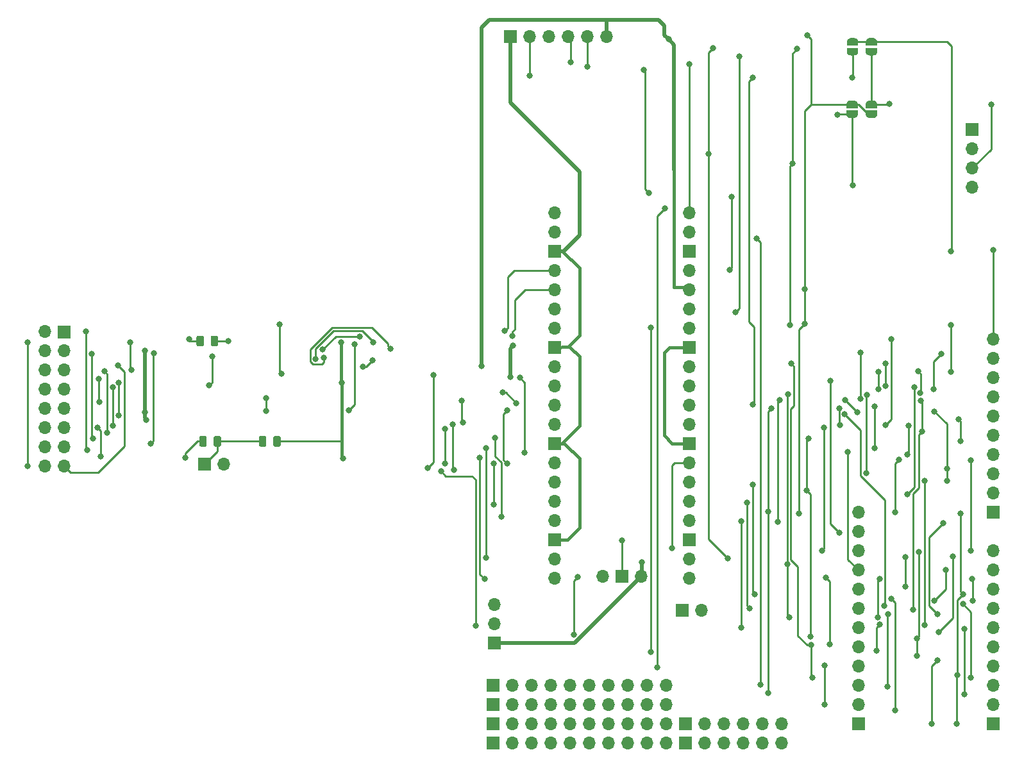
<source format=gbr>
G04 #@! TF.GenerationSoftware,KiCad,Pcbnew,5.1.5+dfsg1-2build2*
G04 #@! TF.CreationDate,2021-09-05T22:16:52+01:00*
G04 #@! TF.ProjectId,pak_breakout,70616b5f-6272-4656-916b-6f75742e6b69,rev?*
G04 #@! TF.SameCoordinates,Original*
G04 #@! TF.FileFunction,Copper,L2,Bot*
G04 #@! TF.FilePolarity,Positive*
%FSLAX46Y46*%
G04 Gerber Fmt 4.6, Leading zero omitted, Abs format (unit mm)*
G04 Created by KiCad (PCBNEW 5.1.5+dfsg1-2build2) date 2021-09-05 22:16:52*
%MOMM*%
%LPD*%
G04 APERTURE LIST*
%ADD10C,0.100000*%
%ADD11O,1.700000X1.700000*%
%ADD12R,1.700000X1.700000*%
%ADD13C,0.800000*%
%ADD14C,0.400000*%
%ADD15C,0.500000*%
%ADD16C,0.250000*%
G04 APERTURE END LIST*
G04 #@! TA.AperFunction,SMDPad,CuDef*
D10*
G36*
X347661142Y-241363174D02*
G01*
X347684803Y-241366684D01*
X347708007Y-241372496D01*
X347730529Y-241380554D01*
X347752153Y-241390782D01*
X347772670Y-241403079D01*
X347791883Y-241417329D01*
X347809607Y-241433393D01*
X347825671Y-241451117D01*
X347839921Y-241470330D01*
X347852218Y-241490847D01*
X347862446Y-241512471D01*
X347870504Y-241534993D01*
X347876316Y-241558197D01*
X347879826Y-241581858D01*
X347881000Y-241605750D01*
X347881000Y-242518250D01*
X347879826Y-242542142D01*
X347876316Y-242565803D01*
X347870504Y-242589007D01*
X347862446Y-242611529D01*
X347852218Y-242633153D01*
X347839921Y-242653670D01*
X347825671Y-242672883D01*
X347809607Y-242690607D01*
X347791883Y-242706671D01*
X347772670Y-242720921D01*
X347752153Y-242733218D01*
X347730529Y-242743446D01*
X347708007Y-242751504D01*
X347684803Y-242757316D01*
X347661142Y-242760826D01*
X347637250Y-242762000D01*
X347149750Y-242762000D01*
X347125858Y-242760826D01*
X347102197Y-242757316D01*
X347078993Y-242751504D01*
X347056471Y-242743446D01*
X347034847Y-242733218D01*
X347014330Y-242720921D01*
X346995117Y-242706671D01*
X346977393Y-242690607D01*
X346961329Y-242672883D01*
X346947079Y-242653670D01*
X346934782Y-242633153D01*
X346924554Y-242611529D01*
X346916496Y-242589007D01*
X346910684Y-242565803D01*
X346907174Y-242542142D01*
X346906000Y-242518250D01*
X346906000Y-241605750D01*
X346907174Y-241581858D01*
X346910684Y-241558197D01*
X346916496Y-241534993D01*
X346924554Y-241512471D01*
X346934782Y-241490847D01*
X346947079Y-241470330D01*
X346961329Y-241451117D01*
X346977393Y-241433393D01*
X346995117Y-241417329D01*
X347014330Y-241403079D01*
X347034847Y-241390782D01*
X347056471Y-241380554D01*
X347078993Y-241372496D01*
X347102197Y-241366684D01*
X347125858Y-241363174D01*
X347149750Y-241362000D01*
X347637250Y-241362000D01*
X347661142Y-241363174D01*
G37*
G04 #@! TD.AperFunction*
G04 #@! TA.AperFunction,SMDPad,CuDef*
G36*
X345786142Y-241363174D02*
G01*
X345809803Y-241366684D01*
X345833007Y-241372496D01*
X345855529Y-241380554D01*
X345877153Y-241390782D01*
X345897670Y-241403079D01*
X345916883Y-241417329D01*
X345934607Y-241433393D01*
X345950671Y-241451117D01*
X345964921Y-241470330D01*
X345977218Y-241490847D01*
X345987446Y-241512471D01*
X345995504Y-241534993D01*
X346001316Y-241558197D01*
X346004826Y-241581858D01*
X346006000Y-241605750D01*
X346006000Y-242518250D01*
X346004826Y-242542142D01*
X346001316Y-242565803D01*
X345995504Y-242589007D01*
X345987446Y-242611529D01*
X345977218Y-242633153D01*
X345964921Y-242653670D01*
X345950671Y-242672883D01*
X345934607Y-242690607D01*
X345916883Y-242706671D01*
X345897670Y-242720921D01*
X345877153Y-242733218D01*
X345855529Y-242743446D01*
X345833007Y-242751504D01*
X345809803Y-242757316D01*
X345786142Y-242760826D01*
X345762250Y-242762000D01*
X345274750Y-242762000D01*
X345250858Y-242760826D01*
X345227197Y-242757316D01*
X345203993Y-242751504D01*
X345181471Y-242743446D01*
X345159847Y-242733218D01*
X345139330Y-242720921D01*
X345120117Y-242706671D01*
X345102393Y-242690607D01*
X345086329Y-242672883D01*
X345072079Y-242653670D01*
X345059782Y-242633153D01*
X345049554Y-242611529D01*
X345041496Y-242589007D01*
X345035684Y-242565803D01*
X345032174Y-242542142D01*
X345031000Y-242518250D01*
X345031000Y-241605750D01*
X345032174Y-241581858D01*
X345035684Y-241558197D01*
X345041496Y-241534993D01*
X345049554Y-241512471D01*
X345059782Y-241490847D01*
X345072079Y-241470330D01*
X345086329Y-241451117D01*
X345102393Y-241433393D01*
X345120117Y-241417329D01*
X345139330Y-241403079D01*
X345159847Y-241390782D01*
X345181471Y-241380554D01*
X345203993Y-241372496D01*
X345227197Y-241366684D01*
X345250858Y-241363174D01*
X345274750Y-241362000D01*
X345762250Y-241362000D01*
X345786142Y-241363174D01*
G37*
G04 #@! TD.AperFunction*
G04 #@! TA.AperFunction,SMDPad,CuDef*
G36*
X339787142Y-241363174D02*
G01*
X339810803Y-241366684D01*
X339834007Y-241372496D01*
X339856529Y-241380554D01*
X339878153Y-241390782D01*
X339898670Y-241403079D01*
X339917883Y-241417329D01*
X339935607Y-241433393D01*
X339951671Y-241451117D01*
X339965921Y-241470330D01*
X339978218Y-241490847D01*
X339988446Y-241512471D01*
X339996504Y-241534993D01*
X340002316Y-241558197D01*
X340005826Y-241581858D01*
X340007000Y-241605750D01*
X340007000Y-242518250D01*
X340005826Y-242542142D01*
X340002316Y-242565803D01*
X339996504Y-242589007D01*
X339988446Y-242611529D01*
X339978218Y-242633153D01*
X339965921Y-242653670D01*
X339951671Y-242672883D01*
X339935607Y-242690607D01*
X339917883Y-242706671D01*
X339898670Y-242720921D01*
X339878153Y-242733218D01*
X339856529Y-242743446D01*
X339834007Y-242751504D01*
X339810803Y-242757316D01*
X339787142Y-242760826D01*
X339763250Y-242762000D01*
X339275750Y-242762000D01*
X339251858Y-242760826D01*
X339228197Y-242757316D01*
X339204993Y-242751504D01*
X339182471Y-242743446D01*
X339160847Y-242733218D01*
X339140330Y-242720921D01*
X339121117Y-242706671D01*
X339103393Y-242690607D01*
X339087329Y-242672883D01*
X339073079Y-242653670D01*
X339060782Y-242633153D01*
X339050554Y-242611529D01*
X339042496Y-242589007D01*
X339036684Y-242565803D01*
X339033174Y-242542142D01*
X339032000Y-242518250D01*
X339032000Y-241605750D01*
X339033174Y-241581858D01*
X339036684Y-241558197D01*
X339042496Y-241534993D01*
X339050554Y-241512471D01*
X339060782Y-241490847D01*
X339073079Y-241470330D01*
X339087329Y-241451117D01*
X339103393Y-241433393D01*
X339121117Y-241417329D01*
X339140330Y-241403079D01*
X339160847Y-241390782D01*
X339182471Y-241380554D01*
X339204993Y-241372496D01*
X339228197Y-241366684D01*
X339251858Y-241363174D01*
X339275750Y-241362000D01*
X339763250Y-241362000D01*
X339787142Y-241363174D01*
G37*
G04 #@! TD.AperFunction*
G04 #@! TA.AperFunction,SMDPad,CuDef*
G36*
X337912142Y-241363174D02*
G01*
X337935803Y-241366684D01*
X337959007Y-241372496D01*
X337981529Y-241380554D01*
X338003153Y-241390782D01*
X338023670Y-241403079D01*
X338042883Y-241417329D01*
X338060607Y-241433393D01*
X338076671Y-241451117D01*
X338090921Y-241470330D01*
X338103218Y-241490847D01*
X338113446Y-241512471D01*
X338121504Y-241534993D01*
X338127316Y-241558197D01*
X338130826Y-241581858D01*
X338132000Y-241605750D01*
X338132000Y-242518250D01*
X338130826Y-242542142D01*
X338127316Y-242565803D01*
X338121504Y-242589007D01*
X338113446Y-242611529D01*
X338103218Y-242633153D01*
X338090921Y-242653670D01*
X338076671Y-242672883D01*
X338060607Y-242690607D01*
X338042883Y-242706671D01*
X338023670Y-242720921D01*
X338003153Y-242733218D01*
X337981529Y-242743446D01*
X337959007Y-242751504D01*
X337935803Y-242757316D01*
X337912142Y-242760826D01*
X337888250Y-242762000D01*
X337400750Y-242762000D01*
X337376858Y-242760826D01*
X337353197Y-242757316D01*
X337329993Y-242751504D01*
X337307471Y-242743446D01*
X337285847Y-242733218D01*
X337265330Y-242720921D01*
X337246117Y-242706671D01*
X337228393Y-242690607D01*
X337212329Y-242672883D01*
X337198079Y-242653670D01*
X337185782Y-242633153D01*
X337175554Y-242611529D01*
X337167496Y-242589007D01*
X337161684Y-242565803D01*
X337158174Y-242542142D01*
X337157000Y-242518250D01*
X337157000Y-241605750D01*
X337158174Y-241581858D01*
X337161684Y-241558197D01*
X337167496Y-241534993D01*
X337175554Y-241512471D01*
X337185782Y-241490847D01*
X337198079Y-241470330D01*
X337212329Y-241451117D01*
X337228393Y-241433393D01*
X337246117Y-241417329D01*
X337265330Y-241403079D01*
X337285847Y-241390782D01*
X337307471Y-241380554D01*
X337329993Y-241372496D01*
X337353197Y-241366684D01*
X337376858Y-241363174D01*
X337400750Y-241362000D01*
X337888250Y-241362000D01*
X337912142Y-241363174D01*
G37*
G04 #@! TD.AperFunction*
D11*
X340360000Y-245110000D03*
D12*
X337820000Y-245110000D03*
D11*
X403479000Y-264414000D03*
D12*
X400939000Y-264414000D03*
D11*
X414020000Y-279400000D03*
X411480000Y-279400000D03*
X408940000Y-279400000D03*
X406400000Y-279400000D03*
X403860000Y-279400000D03*
D12*
X401320000Y-279400000D03*
D11*
X398780000Y-274320000D03*
X396240000Y-274320000D03*
X393700000Y-274320000D03*
X391160000Y-274320000D03*
X388620000Y-274320000D03*
X386080000Y-274320000D03*
X383540000Y-274320000D03*
X381000000Y-274320000D03*
X378460000Y-274320000D03*
D12*
X375920000Y-274320000D03*
D11*
X398780000Y-281940000D03*
X396240000Y-281940000D03*
X393700000Y-281940000D03*
X391160000Y-281940000D03*
X388620000Y-281940000D03*
X386080000Y-281940000D03*
X383540000Y-281940000D03*
X381000000Y-281940000D03*
X378460000Y-281940000D03*
D12*
X375920000Y-281940000D03*
D11*
X414020000Y-281940000D03*
X411480000Y-281940000D03*
X408940000Y-281940000D03*
X406400000Y-281940000D03*
X403860000Y-281940000D03*
D12*
X401320000Y-281940000D03*
D11*
X398780000Y-279400000D03*
X396240000Y-279400000D03*
X393700000Y-279400000D03*
X391160000Y-279400000D03*
X388620000Y-279400000D03*
X386080000Y-279400000D03*
X383540000Y-279400000D03*
X381000000Y-279400000D03*
X378460000Y-279400000D03*
D12*
X375920000Y-279400000D03*
D11*
X398780000Y-276860000D03*
X396240000Y-276860000D03*
X393700000Y-276860000D03*
X391160000Y-276860000D03*
X388620000Y-276860000D03*
X386080000Y-276860000D03*
X383540000Y-276860000D03*
X381000000Y-276860000D03*
X378460000Y-276860000D03*
D12*
X375920000Y-276860000D03*
D11*
X441960000Y-256540000D03*
X441960000Y-259080000D03*
X441960000Y-261620000D03*
X441960000Y-264160000D03*
X441960000Y-266700000D03*
X441960000Y-269240000D03*
X441960000Y-271780000D03*
X441960000Y-274320000D03*
X441960000Y-276860000D03*
D12*
X441960000Y-279400000D03*
D11*
X441960000Y-228600000D03*
X441960000Y-231140000D03*
X441960000Y-233680000D03*
X441960000Y-236220000D03*
X441960000Y-238760000D03*
X441960000Y-241300000D03*
X441960000Y-243840000D03*
X441960000Y-246380000D03*
X441960000Y-248920000D03*
D12*
X441960000Y-251460000D03*
D11*
X424180000Y-251460000D03*
X424180000Y-254000000D03*
X424180000Y-256540000D03*
X424180000Y-259080000D03*
X424180000Y-261620000D03*
X424180000Y-264160000D03*
X424180000Y-266700000D03*
X424180000Y-269240000D03*
X424180000Y-271780000D03*
X424180000Y-274320000D03*
X424180000Y-276860000D03*
D12*
X424180000Y-279400000D03*
D11*
X390900000Y-188600000D03*
X388360000Y-188600000D03*
X385820000Y-188600000D03*
X383280000Y-188600000D03*
X380740000Y-188600000D03*
D12*
X378200000Y-188600000D03*
G04 #@! TA.AperFunction,SMDPad,CuDef*
D10*
G36*
X339405142Y-228101174D02*
G01*
X339428803Y-228104684D01*
X339452007Y-228110496D01*
X339474529Y-228118554D01*
X339496153Y-228128782D01*
X339516670Y-228141079D01*
X339535883Y-228155329D01*
X339553607Y-228171393D01*
X339569671Y-228189117D01*
X339583921Y-228208330D01*
X339596218Y-228228847D01*
X339606446Y-228250471D01*
X339614504Y-228272993D01*
X339620316Y-228296197D01*
X339623826Y-228319858D01*
X339625000Y-228343750D01*
X339625000Y-229256250D01*
X339623826Y-229280142D01*
X339620316Y-229303803D01*
X339614504Y-229327007D01*
X339606446Y-229349529D01*
X339596218Y-229371153D01*
X339583921Y-229391670D01*
X339569671Y-229410883D01*
X339553607Y-229428607D01*
X339535883Y-229444671D01*
X339516670Y-229458921D01*
X339496153Y-229471218D01*
X339474529Y-229481446D01*
X339452007Y-229489504D01*
X339428803Y-229495316D01*
X339405142Y-229498826D01*
X339381250Y-229500000D01*
X338893750Y-229500000D01*
X338869858Y-229498826D01*
X338846197Y-229495316D01*
X338822993Y-229489504D01*
X338800471Y-229481446D01*
X338778847Y-229471218D01*
X338758330Y-229458921D01*
X338739117Y-229444671D01*
X338721393Y-229428607D01*
X338705329Y-229410883D01*
X338691079Y-229391670D01*
X338678782Y-229371153D01*
X338668554Y-229349529D01*
X338660496Y-229327007D01*
X338654684Y-229303803D01*
X338651174Y-229280142D01*
X338650000Y-229256250D01*
X338650000Y-228343750D01*
X338651174Y-228319858D01*
X338654684Y-228296197D01*
X338660496Y-228272993D01*
X338668554Y-228250471D01*
X338678782Y-228228847D01*
X338691079Y-228208330D01*
X338705329Y-228189117D01*
X338721393Y-228171393D01*
X338739117Y-228155329D01*
X338758330Y-228141079D01*
X338778847Y-228128782D01*
X338800471Y-228118554D01*
X338822993Y-228110496D01*
X338846197Y-228104684D01*
X338869858Y-228101174D01*
X338893750Y-228100000D01*
X339381250Y-228100000D01*
X339405142Y-228101174D01*
G37*
G04 #@! TD.AperFunction*
G04 #@! TA.AperFunction,SMDPad,CuDef*
G36*
X337530142Y-228101174D02*
G01*
X337553803Y-228104684D01*
X337577007Y-228110496D01*
X337599529Y-228118554D01*
X337621153Y-228128782D01*
X337641670Y-228141079D01*
X337660883Y-228155329D01*
X337678607Y-228171393D01*
X337694671Y-228189117D01*
X337708921Y-228208330D01*
X337721218Y-228228847D01*
X337731446Y-228250471D01*
X337739504Y-228272993D01*
X337745316Y-228296197D01*
X337748826Y-228319858D01*
X337750000Y-228343750D01*
X337750000Y-229256250D01*
X337748826Y-229280142D01*
X337745316Y-229303803D01*
X337739504Y-229327007D01*
X337731446Y-229349529D01*
X337721218Y-229371153D01*
X337708921Y-229391670D01*
X337694671Y-229410883D01*
X337678607Y-229428607D01*
X337660883Y-229444671D01*
X337641670Y-229458921D01*
X337621153Y-229471218D01*
X337599529Y-229481446D01*
X337577007Y-229489504D01*
X337553803Y-229495316D01*
X337530142Y-229498826D01*
X337506250Y-229500000D01*
X337018750Y-229500000D01*
X336994858Y-229498826D01*
X336971197Y-229495316D01*
X336947993Y-229489504D01*
X336925471Y-229481446D01*
X336903847Y-229471218D01*
X336883330Y-229458921D01*
X336864117Y-229444671D01*
X336846393Y-229428607D01*
X336830329Y-229410883D01*
X336816079Y-229391670D01*
X336803782Y-229371153D01*
X336793554Y-229349529D01*
X336785496Y-229327007D01*
X336779684Y-229303803D01*
X336776174Y-229280142D01*
X336775000Y-229256250D01*
X336775000Y-228343750D01*
X336776174Y-228319858D01*
X336779684Y-228296197D01*
X336785496Y-228272993D01*
X336793554Y-228250471D01*
X336803782Y-228228847D01*
X336816079Y-228208330D01*
X336830329Y-228189117D01*
X336846393Y-228171393D01*
X336864117Y-228155329D01*
X336883330Y-228141079D01*
X336903847Y-228128782D01*
X336925471Y-228118554D01*
X336947993Y-228110496D01*
X336971197Y-228104684D01*
X336994858Y-228101174D01*
X337018750Y-228100000D01*
X337506250Y-228100000D01*
X337530142Y-228101174D01*
G37*
G04 #@! TD.AperFunction*
D11*
X376150000Y-263600000D03*
X376150000Y-266140000D03*
D12*
X376150000Y-268680000D03*
G04 #@! TA.AperFunction,SMDPad,CuDef*
D10*
G36*
X422600602Y-197550000D02*
G01*
X422600602Y-197525466D01*
X422605412Y-197476635D01*
X422614984Y-197428510D01*
X422629228Y-197381555D01*
X422648005Y-197336222D01*
X422671136Y-197292949D01*
X422698396Y-197252150D01*
X422729524Y-197214221D01*
X422764221Y-197179524D01*
X422802150Y-197148396D01*
X422842949Y-197121136D01*
X422886222Y-197098005D01*
X422931555Y-197079228D01*
X422978510Y-197064984D01*
X423026635Y-197055412D01*
X423075466Y-197050602D01*
X423100000Y-197050602D01*
X423100000Y-197050000D01*
X423600000Y-197050000D01*
X423600000Y-197050602D01*
X423624534Y-197050602D01*
X423673365Y-197055412D01*
X423721490Y-197064984D01*
X423768445Y-197079228D01*
X423813778Y-197098005D01*
X423857051Y-197121136D01*
X423897850Y-197148396D01*
X423935779Y-197179524D01*
X423970476Y-197214221D01*
X424001604Y-197252150D01*
X424028864Y-197292949D01*
X424051995Y-197336222D01*
X424070772Y-197381555D01*
X424085016Y-197428510D01*
X424094588Y-197476635D01*
X424099398Y-197525466D01*
X424099398Y-197550000D01*
X424100000Y-197550000D01*
X424100000Y-198050000D01*
X422600000Y-198050000D01*
X422600000Y-197550000D01*
X422600602Y-197550000D01*
G37*
G04 #@! TD.AperFunction*
G04 #@! TA.AperFunction,SMDPad,CuDef*
G36*
X424100000Y-198350000D02*
G01*
X424100000Y-198850000D01*
X424099398Y-198850000D01*
X424099398Y-198874534D01*
X424094588Y-198923365D01*
X424085016Y-198971490D01*
X424070772Y-199018445D01*
X424051995Y-199063778D01*
X424028864Y-199107051D01*
X424001604Y-199147850D01*
X423970476Y-199185779D01*
X423935779Y-199220476D01*
X423897850Y-199251604D01*
X423857051Y-199278864D01*
X423813778Y-199301995D01*
X423768445Y-199320772D01*
X423721490Y-199335016D01*
X423673365Y-199344588D01*
X423624534Y-199349398D01*
X423600000Y-199349398D01*
X423600000Y-199350000D01*
X423100000Y-199350000D01*
X423100000Y-199349398D01*
X423075466Y-199349398D01*
X423026635Y-199344588D01*
X422978510Y-199335016D01*
X422931555Y-199320772D01*
X422886222Y-199301995D01*
X422842949Y-199278864D01*
X422802150Y-199251604D01*
X422764221Y-199220476D01*
X422729524Y-199185779D01*
X422698396Y-199147850D01*
X422671136Y-199107051D01*
X422648005Y-199063778D01*
X422629228Y-199018445D01*
X422614984Y-198971490D01*
X422605412Y-198923365D01*
X422600602Y-198874534D01*
X422600602Y-198850000D01*
X422600000Y-198850000D01*
X422600000Y-198350000D01*
X424100000Y-198350000D01*
G37*
G04 #@! TD.AperFunction*
G04 #@! TA.AperFunction,SMDPad,CuDef*
G36*
X426649398Y-198850000D02*
G01*
X426649398Y-198874534D01*
X426644588Y-198923365D01*
X426635016Y-198971490D01*
X426620772Y-199018445D01*
X426601995Y-199063778D01*
X426578864Y-199107051D01*
X426551604Y-199147850D01*
X426520476Y-199185779D01*
X426485779Y-199220476D01*
X426447850Y-199251604D01*
X426407051Y-199278864D01*
X426363778Y-199301995D01*
X426318445Y-199320772D01*
X426271490Y-199335016D01*
X426223365Y-199344588D01*
X426174534Y-199349398D01*
X426150000Y-199349398D01*
X426150000Y-199350000D01*
X425650000Y-199350000D01*
X425650000Y-199349398D01*
X425625466Y-199349398D01*
X425576635Y-199344588D01*
X425528510Y-199335016D01*
X425481555Y-199320772D01*
X425436222Y-199301995D01*
X425392949Y-199278864D01*
X425352150Y-199251604D01*
X425314221Y-199220476D01*
X425279524Y-199185779D01*
X425248396Y-199147850D01*
X425221136Y-199107051D01*
X425198005Y-199063778D01*
X425179228Y-199018445D01*
X425164984Y-198971490D01*
X425155412Y-198923365D01*
X425150602Y-198874534D01*
X425150602Y-198850000D01*
X425150000Y-198850000D01*
X425150000Y-198350000D01*
X426650000Y-198350000D01*
X426650000Y-198850000D01*
X426649398Y-198850000D01*
G37*
G04 #@! TD.AperFunction*
G04 #@! TA.AperFunction,SMDPad,CuDef*
G36*
X425150000Y-198050000D02*
G01*
X425150000Y-197550000D01*
X425150602Y-197550000D01*
X425150602Y-197525466D01*
X425155412Y-197476635D01*
X425164984Y-197428510D01*
X425179228Y-197381555D01*
X425198005Y-197336222D01*
X425221136Y-197292949D01*
X425248396Y-197252150D01*
X425279524Y-197214221D01*
X425314221Y-197179524D01*
X425352150Y-197148396D01*
X425392949Y-197121136D01*
X425436222Y-197098005D01*
X425481555Y-197079228D01*
X425528510Y-197064984D01*
X425576635Y-197055412D01*
X425625466Y-197050602D01*
X425650000Y-197050602D01*
X425650000Y-197050000D01*
X426150000Y-197050000D01*
X426150000Y-197050602D01*
X426174534Y-197050602D01*
X426223365Y-197055412D01*
X426271490Y-197064984D01*
X426318445Y-197079228D01*
X426363778Y-197098005D01*
X426407051Y-197121136D01*
X426447850Y-197148396D01*
X426485779Y-197179524D01*
X426520476Y-197214221D01*
X426551604Y-197252150D01*
X426578864Y-197292949D01*
X426601995Y-197336222D01*
X426620772Y-197381555D01*
X426635016Y-197428510D01*
X426644588Y-197476635D01*
X426649398Y-197525466D01*
X426649398Y-197550000D01*
X426650000Y-197550000D01*
X426650000Y-198050000D01*
X425150000Y-198050000D01*
G37*
G04 #@! TD.AperFunction*
G04 #@! TA.AperFunction,SMDPad,CuDef*
G36*
X422650602Y-189300000D02*
G01*
X422650602Y-189275466D01*
X422655412Y-189226635D01*
X422664984Y-189178510D01*
X422679228Y-189131555D01*
X422698005Y-189086222D01*
X422721136Y-189042949D01*
X422748396Y-189002150D01*
X422779524Y-188964221D01*
X422814221Y-188929524D01*
X422852150Y-188898396D01*
X422892949Y-188871136D01*
X422936222Y-188848005D01*
X422981555Y-188829228D01*
X423028510Y-188814984D01*
X423076635Y-188805412D01*
X423125466Y-188800602D01*
X423150000Y-188800602D01*
X423150000Y-188800000D01*
X423650000Y-188800000D01*
X423650000Y-188800602D01*
X423674534Y-188800602D01*
X423723365Y-188805412D01*
X423771490Y-188814984D01*
X423818445Y-188829228D01*
X423863778Y-188848005D01*
X423907051Y-188871136D01*
X423947850Y-188898396D01*
X423985779Y-188929524D01*
X424020476Y-188964221D01*
X424051604Y-189002150D01*
X424078864Y-189042949D01*
X424101995Y-189086222D01*
X424120772Y-189131555D01*
X424135016Y-189178510D01*
X424144588Y-189226635D01*
X424149398Y-189275466D01*
X424149398Y-189300000D01*
X424150000Y-189300000D01*
X424150000Y-189800000D01*
X422650000Y-189800000D01*
X422650000Y-189300000D01*
X422650602Y-189300000D01*
G37*
G04 #@! TD.AperFunction*
G04 #@! TA.AperFunction,SMDPad,CuDef*
G36*
X424150000Y-190100000D02*
G01*
X424150000Y-190600000D01*
X424149398Y-190600000D01*
X424149398Y-190624534D01*
X424144588Y-190673365D01*
X424135016Y-190721490D01*
X424120772Y-190768445D01*
X424101995Y-190813778D01*
X424078864Y-190857051D01*
X424051604Y-190897850D01*
X424020476Y-190935779D01*
X423985779Y-190970476D01*
X423947850Y-191001604D01*
X423907051Y-191028864D01*
X423863778Y-191051995D01*
X423818445Y-191070772D01*
X423771490Y-191085016D01*
X423723365Y-191094588D01*
X423674534Y-191099398D01*
X423650000Y-191099398D01*
X423650000Y-191100000D01*
X423150000Y-191100000D01*
X423150000Y-191099398D01*
X423125466Y-191099398D01*
X423076635Y-191094588D01*
X423028510Y-191085016D01*
X422981555Y-191070772D01*
X422936222Y-191051995D01*
X422892949Y-191028864D01*
X422852150Y-191001604D01*
X422814221Y-190970476D01*
X422779524Y-190935779D01*
X422748396Y-190897850D01*
X422721136Y-190857051D01*
X422698005Y-190813778D01*
X422679228Y-190768445D01*
X422664984Y-190721490D01*
X422655412Y-190673365D01*
X422650602Y-190624534D01*
X422650602Y-190600000D01*
X422650000Y-190600000D01*
X422650000Y-190100000D01*
X424150000Y-190100000D01*
G37*
G04 #@! TD.AperFunction*
G04 #@! TA.AperFunction,SMDPad,CuDef*
G36*
X425150602Y-189300000D02*
G01*
X425150602Y-189275466D01*
X425155412Y-189226635D01*
X425164984Y-189178510D01*
X425179228Y-189131555D01*
X425198005Y-189086222D01*
X425221136Y-189042949D01*
X425248396Y-189002150D01*
X425279524Y-188964221D01*
X425314221Y-188929524D01*
X425352150Y-188898396D01*
X425392949Y-188871136D01*
X425436222Y-188848005D01*
X425481555Y-188829228D01*
X425528510Y-188814984D01*
X425576635Y-188805412D01*
X425625466Y-188800602D01*
X425650000Y-188800602D01*
X425650000Y-188800000D01*
X426150000Y-188800000D01*
X426150000Y-188800602D01*
X426174534Y-188800602D01*
X426223365Y-188805412D01*
X426271490Y-188814984D01*
X426318445Y-188829228D01*
X426363778Y-188848005D01*
X426407051Y-188871136D01*
X426447850Y-188898396D01*
X426485779Y-188929524D01*
X426520476Y-188964221D01*
X426551604Y-189002150D01*
X426578864Y-189042949D01*
X426601995Y-189086222D01*
X426620772Y-189131555D01*
X426635016Y-189178510D01*
X426644588Y-189226635D01*
X426649398Y-189275466D01*
X426649398Y-189300000D01*
X426650000Y-189300000D01*
X426650000Y-189800000D01*
X425150000Y-189800000D01*
X425150000Y-189300000D01*
X425150602Y-189300000D01*
G37*
G04 #@! TD.AperFunction*
G04 #@! TA.AperFunction,SMDPad,CuDef*
G36*
X426650000Y-190100000D02*
G01*
X426650000Y-190600000D01*
X426649398Y-190600000D01*
X426649398Y-190624534D01*
X426644588Y-190673365D01*
X426635016Y-190721490D01*
X426620772Y-190768445D01*
X426601995Y-190813778D01*
X426578864Y-190857051D01*
X426551604Y-190897850D01*
X426520476Y-190935779D01*
X426485779Y-190970476D01*
X426447850Y-191001604D01*
X426407051Y-191028864D01*
X426363778Y-191051995D01*
X426318445Y-191070772D01*
X426271490Y-191085016D01*
X426223365Y-191094588D01*
X426174534Y-191099398D01*
X426150000Y-191099398D01*
X426150000Y-191100000D01*
X425650000Y-191100000D01*
X425650000Y-191099398D01*
X425625466Y-191099398D01*
X425576635Y-191094588D01*
X425528510Y-191085016D01*
X425481555Y-191070772D01*
X425436222Y-191051995D01*
X425392949Y-191028864D01*
X425352150Y-191001604D01*
X425314221Y-190970476D01*
X425279524Y-190935779D01*
X425248396Y-190897850D01*
X425221136Y-190857051D01*
X425198005Y-190813778D01*
X425179228Y-190768445D01*
X425164984Y-190721490D01*
X425155412Y-190673365D01*
X425150602Y-190624534D01*
X425150602Y-190600000D01*
X425150000Y-190600000D01*
X425150000Y-190100000D01*
X426650000Y-190100000D01*
G37*
G04 #@! TD.AperFunction*
D11*
X316738000Y-245300000D03*
X319278000Y-245300000D03*
X316738000Y-242760000D03*
X319278000Y-242760000D03*
X316738000Y-240220000D03*
X319278000Y-240220000D03*
X316738000Y-237680000D03*
X319278000Y-237680000D03*
X316738000Y-235140000D03*
X319278000Y-235140000D03*
X316738000Y-232600000D03*
X319278000Y-232600000D03*
X316738000Y-230060000D03*
X319278000Y-230060000D03*
X316738000Y-227520000D03*
D12*
X319278000Y-227600000D03*
D11*
X395540000Y-259900000D03*
D12*
X393000000Y-259900000D03*
D11*
X390460000Y-259900000D03*
X401890000Y-211870000D03*
X401890000Y-214410000D03*
D12*
X401890000Y-216950000D03*
D11*
X401890000Y-219490000D03*
X401890000Y-222030000D03*
X401890000Y-224570000D03*
X401890000Y-227110000D03*
D12*
X401890000Y-229650000D03*
D11*
X401890000Y-232190000D03*
X401890000Y-234730000D03*
X401890000Y-237270000D03*
X401890000Y-239810000D03*
D12*
X401890000Y-242350000D03*
D11*
X401890000Y-244890000D03*
X401890000Y-247430000D03*
X401890000Y-249970000D03*
X401890000Y-252510000D03*
D12*
X401890000Y-255050000D03*
D11*
X401890000Y-257590000D03*
X401890000Y-260130000D03*
X384110000Y-260130000D03*
X384110000Y-257590000D03*
D12*
X384110000Y-255050000D03*
D11*
X384110000Y-252510000D03*
X384110000Y-249970000D03*
X384110000Y-247430000D03*
X384110000Y-244890000D03*
D12*
X384110000Y-242350000D03*
D11*
X384110000Y-239810000D03*
X384110000Y-237270000D03*
X384110000Y-234730000D03*
X384110000Y-232190000D03*
D12*
X384110000Y-229650000D03*
D11*
X384110000Y-227110000D03*
X384110000Y-224570000D03*
X384110000Y-222030000D03*
X384110000Y-219490000D03*
D12*
X384110000Y-216950000D03*
D11*
X384110000Y-214410000D03*
X384110000Y-211870000D03*
X439200000Y-208520000D03*
X439200000Y-205980000D03*
X439200000Y-203440000D03*
D12*
X439200000Y-200900000D03*
D13*
X329950000Y-230050000D03*
X330150000Y-239200000D03*
X355850000Y-228950000D03*
X356000000Y-234350000D03*
X356100000Y-244350000D03*
X378200000Y-233600000D03*
X378600000Y-229400000D03*
X341000000Y-228800000D03*
X441960000Y-216789000D03*
X428498000Y-228600000D03*
X427736000Y-239903000D03*
X432181000Y-256667000D03*
X431927000Y-268097000D03*
X433832000Y-279400000D03*
X434594000Y-271018000D03*
X392938000Y-255143000D03*
X431927000Y-270383000D03*
X430821000Y-240030000D03*
X430657000Y-243840000D03*
X439039000Y-244602000D03*
X439039000Y-256540000D03*
X436400000Y-216950000D03*
X329946000Y-238252000D03*
X330708000Y-242406000D03*
X331137490Y-230453500D03*
X326390000Y-232029000D03*
X326517000Y-238633000D03*
X326517000Y-234315000D03*
X314452000Y-245364000D03*
X314452000Y-228981000D03*
X328041000Y-228981000D03*
X328168000Y-232664000D03*
X322924000Y-230510001D03*
X323088000Y-241681000D03*
X322199000Y-227584000D03*
X322326000Y-243205000D03*
X325736999Y-234950000D03*
X325755000Y-240030000D03*
X324612000Y-232791000D03*
X324993000Y-240956000D03*
X323850000Y-233807000D03*
X323977000Y-236855000D03*
X345948000Y-236347000D03*
X345948000Y-238025010D03*
X347726000Y-226625000D03*
X347980000Y-233172000D03*
X338836000Y-230886000D03*
X338455000Y-234696000D03*
X417068000Y-226568000D03*
X417068000Y-221996000D03*
X374400000Y-232125000D03*
X335800000Y-228600000D03*
X437261000Y-272923000D03*
X438023000Y-262255000D03*
X437134000Y-279400000D03*
X436372000Y-226695000D03*
X436372000Y-232918000D03*
X429514000Y-244475000D03*
X429006000Y-251460000D03*
X416306000Y-251587000D03*
X437623001Y-251605999D03*
X417449000Y-188468000D03*
X399161000Y-188976000D03*
X406908000Y-257556000D03*
X404368000Y-204089000D03*
X405003000Y-190119000D03*
X415150000Y-226700000D03*
X415450000Y-205400000D03*
X416052000Y-190246000D03*
X374200000Y-244200000D03*
X374800000Y-260200000D03*
X387096000Y-259969000D03*
X386603460Y-267604460D03*
X417957000Y-268986000D03*
X418084000Y-273304000D03*
X439039000Y-273304000D03*
X437987694Y-263541694D03*
X427773000Y-234782808D03*
X427736000Y-231775000D03*
X415290000Y-231775000D03*
X375000000Y-243000000D03*
X375000000Y-257400000D03*
X414782000Y-258318000D03*
X414909000Y-235839000D03*
X426847000Y-235204000D03*
X426847000Y-232918000D03*
X432054000Y-232791000D03*
X432308000Y-235712000D03*
X415036000Y-265303000D03*
X426720000Y-265303000D03*
X426974000Y-260223000D03*
X439293000Y-263144000D03*
X439166000Y-260223000D03*
X376200000Y-241600000D03*
X377000000Y-252000000D03*
X413512000Y-252730000D03*
X413766000Y-236601000D03*
X422402000Y-236601000D03*
X424053000Y-238252000D03*
X435356000Y-252857000D03*
X434594000Y-264922000D03*
X369600000Y-240400000D03*
X369600000Y-245000000D03*
X376000000Y-245000000D03*
X376000000Y-250400000D03*
X412242000Y-251333000D03*
X412647730Y-237720001D03*
X421640000Y-237720001D03*
X421767000Y-239903000D03*
X438150000Y-266827000D03*
X438150000Y-275463000D03*
X412242000Y-275336000D03*
X370600000Y-239800000D03*
X370800000Y-245800000D03*
X417322000Y-248539000D03*
X417830000Y-267843000D03*
X417576000Y-241710001D03*
X437642000Y-242062000D03*
X437388000Y-239141000D03*
X377843976Y-237951572D03*
X377800000Y-245000000D03*
X435864000Y-245655000D03*
X434213000Y-238125000D03*
X432906000Y-266319000D03*
X432943000Y-247269000D03*
X435864000Y-247269000D03*
X371800000Y-236670010D03*
X372000000Y-239600000D03*
X432562000Y-240792000D03*
X432435000Y-236728000D03*
X431366529Y-264302000D03*
X377200000Y-235600000D03*
X379000000Y-237000000D03*
X424434000Y-236474000D03*
X424434000Y-230378000D03*
X435102000Y-230505000D03*
X434086000Y-235204000D03*
X422373875Y-238462687D03*
X427609000Y-263779000D03*
X353450000Y-229950000D03*
X358350000Y-228200000D03*
X377500000Y-227500000D03*
X352500000Y-231150000D03*
X360100000Y-229000000D03*
X378500000Y-228150000D03*
X353600000Y-231050000D03*
X362400000Y-229800000D03*
X356870000Y-237998000D03*
X357632000Y-229235000D03*
X396494000Y-209296000D03*
X407416000Y-209804000D03*
X407162000Y-219456000D03*
X395800000Y-193003000D03*
X388400000Y-192600000D03*
X401828000Y-192278000D03*
X386200000Y-192000000D03*
X407924000Y-225044000D03*
X408432000Y-191262000D03*
X410210000Y-194056000D03*
X410210000Y-237236000D03*
X380800000Y-193800000D03*
X421400000Y-198900000D03*
X423418000Y-208280000D03*
X423347000Y-194000000D03*
X428244000Y-197485000D03*
X441706000Y-197612000D03*
X395600000Y-258000000D03*
X358757347Y-232242653D03*
X360000000Y-231400000D03*
X373634000Y-266446000D03*
X369062000Y-245999000D03*
X323723000Y-240284000D03*
X324104000Y-244094000D03*
X335280000Y-244221000D03*
X367284000Y-245618000D03*
X368046000Y-233337500D03*
X379476000Y-233680000D03*
X380111000Y-243586000D03*
X422783000Y-243459000D03*
X410210000Y-247777000D03*
X410464000Y-262255000D03*
X409448000Y-250190000D03*
X409829000Y-264160000D03*
X408686000Y-252603000D03*
X408686000Y-266700000D03*
X419862000Y-260096000D03*
X420370000Y-268859000D03*
X396748000Y-227076000D03*
X396748000Y-269875000D03*
X410718000Y-215265000D03*
X411226000Y-274193000D03*
X398653000Y-211328000D03*
X397637000Y-271907000D03*
X419735000Y-271653000D03*
X419735000Y-276860000D03*
X421640000Y-254127000D03*
X420497000Y-234061000D03*
X399542000Y-256159000D03*
X426339000Y-242951000D03*
X426339000Y-237490000D03*
X425196000Y-246253000D03*
X425323000Y-235966000D03*
X430657000Y-249047000D03*
X431546000Y-234950000D03*
X435737000Y-259080000D03*
X434213000Y-263144000D03*
X419608000Y-240260001D03*
X419354000Y-256540000D03*
X436626000Y-257265000D03*
X434799517Y-267215205D03*
X430403000Y-261239000D03*
X430366001Y-257392001D03*
X426593000Y-269748000D03*
X426994721Y-266264526D03*
X427990000Y-274447000D03*
X428117000Y-264922000D03*
X429006000Y-277622000D03*
X428498000Y-262890000D03*
D14*
X384110000Y-242350000D02*
X385352000Y-242350000D01*
X385352000Y-242350000D02*
X387350000Y-244348000D01*
X387350000Y-244348000D02*
X387350000Y-253492000D01*
X385792000Y-255050000D02*
X384110000Y-255050000D01*
X387350000Y-253492000D02*
X385792000Y-255050000D01*
X384110000Y-242350000D02*
X385030000Y-242350000D01*
X385030000Y-242350000D02*
X387350000Y-240030000D01*
X387350000Y-240030000D02*
X387350000Y-230886000D01*
X387350000Y-230886000D02*
X386114000Y-229650000D01*
X401890000Y-229650000D02*
X399254000Y-229650000D01*
X399254000Y-229650000D02*
X398526000Y-230378000D01*
X398526000Y-230378000D02*
X398526000Y-241300000D01*
X399576000Y-242350000D02*
X401890000Y-242350000D01*
X398526000Y-241300000D02*
X399576000Y-242350000D01*
X384110000Y-216950000D02*
X385098000Y-216950000D01*
X385098000Y-216950000D02*
X387350000Y-219202000D01*
X387350000Y-228092000D02*
X385826000Y-229616000D01*
X387350000Y-219202000D02*
X387350000Y-228092000D01*
X385826000Y-229616000D02*
X384110000Y-229650000D01*
X386114000Y-229650000D02*
X385826000Y-229616000D01*
D15*
X387350000Y-206502000D02*
X378206000Y-197358000D01*
X378206000Y-197358000D02*
X378206000Y-188468000D01*
X387350000Y-214884000D02*
X387350000Y-206502000D01*
X385284000Y-216950000D02*
X387350000Y-214884000D01*
X384110000Y-216950000D02*
X385284000Y-216950000D01*
D16*
X423400000Y-189300000D02*
X425900000Y-189300000D01*
X435900000Y-189300000D02*
X425900000Y-189300000D01*
X436450000Y-189850000D02*
X435900000Y-189300000D01*
D15*
X329950000Y-239000000D02*
X330150000Y-239200000D01*
D14*
X355850000Y-234200000D02*
X356000000Y-234350000D01*
X355850000Y-228950000D02*
X355850000Y-234200000D01*
X356000000Y-244250000D02*
X356100000Y-244350000D01*
D15*
X378200000Y-229800000D02*
X378600000Y-229400000D01*
X378200000Y-233600000D02*
X378200000Y-229800000D01*
D16*
X436450000Y-216900000D02*
X436450000Y-196350000D01*
X436450000Y-196350000D02*
X436450000Y-189850000D01*
X339137500Y-228800000D02*
X341000000Y-228800000D01*
X441960000Y-216789000D02*
X441960000Y-228600000D01*
X428498000Y-239141000D02*
X427736000Y-239903000D01*
X428498000Y-228600000D02*
X428498000Y-239141000D01*
X432181000Y-267843000D02*
X431927000Y-268097000D01*
X432181000Y-256667000D02*
X432181000Y-267843000D01*
X433832000Y-271780000D02*
X434594000Y-271018000D01*
X433832000Y-279400000D02*
X433832000Y-271780000D01*
X393000000Y-255205000D02*
X392938000Y-255143000D01*
X393000000Y-259900000D02*
X393000000Y-255205000D01*
X431927000Y-268097000D02*
X431927000Y-270383000D01*
X430821000Y-243676000D02*
X430657000Y-243840000D01*
X430821000Y-240030000D02*
X430821000Y-243676000D01*
X439039000Y-244602000D02*
X439039000Y-256540000D01*
D15*
X329946000Y-238252000D02*
X329950000Y-239000000D01*
X329950000Y-230050000D02*
X329946000Y-238252000D01*
D16*
X347393500Y-242062000D02*
X355981000Y-242062000D01*
D14*
X355981000Y-242062000D02*
X356000000Y-244250000D01*
X356000000Y-234350000D02*
X355981000Y-242062000D01*
D16*
X331107999Y-230482991D02*
X331137490Y-230453500D01*
X331107999Y-242006001D02*
X331107999Y-230482991D01*
X330708000Y-242406000D02*
X331107999Y-242006001D01*
X327242001Y-232881001D02*
X326390000Y-232029000D01*
X327242001Y-242664001D02*
X327242001Y-232881001D01*
X323756003Y-246149999D02*
X327242001Y-242664001D01*
X320127999Y-246149999D02*
X323756003Y-246149999D01*
X319278000Y-245300000D02*
X320127999Y-246149999D01*
X326517000Y-238633000D02*
X326517000Y-234315000D01*
X314452000Y-245364000D02*
X314452000Y-228981000D01*
X328041000Y-232537000D02*
X328168000Y-232664000D01*
X328041000Y-228981000D02*
X328041000Y-232537000D01*
X322924000Y-241517000D02*
X323088000Y-241681000D01*
X322924000Y-230510001D02*
X322924000Y-241517000D01*
X322199000Y-243078000D02*
X322326000Y-243205000D01*
X322199000Y-227584000D02*
X322199000Y-243078000D01*
X325736999Y-240011999D02*
X325755000Y-240030000D01*
X325736999Y-234950000D02*
X325736999Y-240011999D01*
X325011999Y-240937001D02*
X324993000Y-240956000D01*
X325011999Y-233190999D02*
X325011999Y-240937001D01*
X324612000Y-232791000D02*
X325011999Y-233190999D01*
X323850000Y-236728000D02*
X323977000Y-236855000D01*
X323850000Y-233807000D02*
X323850000Y-236728000D01*
X345948000Y-236347000D02*
X345948000Y-238025010D01*
X347726000Y-232918000D02*
X347980000Y-233172000D01*
X347726000Y-226625000D02*
X347726000Y-232918000D01*
X338836000Y-234315000D02*
X338455000Y-234696000D01*
X338836000Y-230886000D02*
X338836000Y-234315000D01*
X417068000Y-221996000D02*
X417068000Y-226568000D01*
D14*
X399796000Y-206248000D02*
X399796000Y-221742000D01*
X401602000Y-221742000D02*
X401890000Y-222030000D01*
X399796000Y-221742000D02*
X401602000Y-221742000D01*
D15*
X399796000Y-206248000D02*
X399796000Y-189738000D01*
D16*
X417068000Y-221996000D02*
X417068000Y-198382000D01*
X417900000Y-197550000D02*
X423350000Y-197550000D01*
X417068000Y-198382000D02*
X417900000Y-197550000D01*
X424190364Y-197550000D02*
X425490364Y-198850000D01*
X425490364Y-198850000D02*
X425900000Y-198850000D01*
X423350000Y-197550000D02*
X424190364Y-197550000D01*
D15*
X374400000Y-232125000D02*
X374400000Y-187400000D01*
X374400000Y-187400000D02*
X375400000Y-186400000D01*
X398526000Y-187126000D02*
X398526000Y-188468000D01*
X397800000Y-186400000D02*
X398526000Y-187126000D01*
X390800000Y-186400000D02*
X390900000Y-186500000D01*
X390900000Y-186500000D02*
X390900000Y-188600000D01*
X375400000Y-186400000D02*
X390800000Y-186400000D01*
X390800000Y-186400000D02*
X397800000Y-186400000D01*
D16*
X336000000Y-228800000D02*
X335800000Y-228600000D01*
X337262500Y-228800000D02*
X336000000Y-228800000D01*
X437261000Y-263017000D02*
X438023000Y-262255000D01*
X437261000Y-272923000D02*
X437261000Y-263017000D01*
X437134000Y-273050000D02*
X437261000Y-272923000D01*
X437134000Y-279400000D02*
X437134000Y-273050000D01*
X436372000Y-226695000D02*
X436372000Y-232918000D01*
X437623001Y-251605999D02*
X437642000Y-251587000D01*
X437623001Y-261855001D02*
X437623001Y-251605999D01*
X438023000Y-262255000D02*
X437623001Y-261855001D01*
X429006000Y-244983000D02*
X429006000Y-251460000D01*
X429514000Y-244475000D02*
X429006000Y-244983000D01*
X416306000Y-227330000D02*
X416306000Y-251587000D01*
X417068000Y-226568000D02*
X416306000Y-227330000D01*
X417900000Y-188919000D02*
X417449000Y-188468000D01*
X417900000Y-197550000D02*
X417900000Y-188919000D01*
D15*
X399161000Y-188976000D02*
X398526000Y-188468000D01*
X399796000Y-189738000D02*
X399161000Y-188976000D01*
D16*
X404368000Y-255016000D02*
X404368000Y-204089000D01*
X406908000Y-257556000D02*
X404368000Y-255016000D01*
X404368000Y-190754000D02*
X405003000Y-190119000D01*
X404368000Y-204089000D02*
X404368000Y-190754000D01*
X415150000Y-205700000D02*
X415450000Y-205400000D01*
X415150000Y-226700000D02*
X415150000Y-205700000D01*
X415450000Y-190848000D02*
X416052000Y-190246000D01*
X415450000Y-205400000D02*
X415450000Y-190848000D01*
X374200000Y-259600000D02*
X374800000Y-260200000D01*
X374200000Y-244200000D02*
X374200000Y-259600000D01*
X386603460Y-260461540D02*
X386603460Y-267604460D01*
X387096000Y-259969000D02*
X386603460Y-260461540D01*
X417957000Y-273177000D02*
X418084000Y-273304000D01*
X417957000Y-268986000D02*
X417957000Y-273177000D01*
X439039000Y-264593000D02*
X437987694Y-263541694D01*
X439039000Y-273304000D02*
X439039000Y-264593000D01*
X427773000Y-231812000D02*
X427736000Y-231775000D01*
X427773000Y-234782808D02*
X427773000Y-231812000D01*
X415232010Y-257695008D02*
X416179000Y-258641998D01*
X415232010Y-237801990D02*
X415232010Y-257695008D01*
X415689999Y-237344001D02*
X415232010Y-237801990D01*
X415689999Y-232174999D02*
X415689999Y-237344001D01*
X415290000Y-231775000D02*
X415689999Y-232174999D01*
X417391315Y-268986000D02*
X417957000Y-268986000D01*
X416179000Y-267773685D02*
X417391315Y-268986000D01*
X416179000Y-258641998D02*
X416179000Y-267773685D01*
X375000000Y-243000000D02*
X375000000Y-257400000D01*
X414782000Y-235966000D02*
X414909000Y-235839000D01*
X414782000Y-258318000D02*
X414782000Y-235966000D01*
X426847000Y-235204000D02*
X426847000Y-232918000D01*
X432453999Y-235566001D02*
X432308000Y-235712000D01*
X432453999Y-233190999D02*
X432453999Y-235566001D01*
X432054000Y-232791000D02*
X432453999Y-233190999D01*
X414782000Y-265049000D02*
X415036000Y-265303000D01*
X414782000Y-258318000D02*
X414782000Y-265049000D01*
X426720000Y-260477000D02*
X426974000Y-260223000D01*
X426720000Y-265303000D02*
X426720000Y-260477000D01*
X439293000Y-260350000D02*
X439166000Y-260223000D01*
X439293000Y-263144000D02*
X439293000Y-260350000D01*
X377000000Y-244836410D02*
X377000000Y-252000000D01*
X376200000Y-244036410D02*
X377000000Y-244836410D01*
X376200000Y-241600000D02*
X376200000Y-244036410D01*
X413512000Y-236855000D02*
X413766000Y-236601000D01*
X413512000Y-252730000D02*
X413512000Y-236855000D01*
X422402000Y-236601000D02*
X424053000Y-238252000D01*
X433487999Y-263815999D02*
X434594000Y-264922000D01*
X433487999Y-254725001D02*
X433487999Y-263815999D01*
X435356000Y-252857000D02*
X433487999Y-254725001D01*
X369600000Y-240400000D02*
X369600000Y-245000000D01*
X376000000Y-245000000D02*
X376000000Y-250400000D01*
X412242000Y-238125731D02*
X412647730Y-237720001D01*
X412242000Y-251333000D02*
X412242000Y-238125731D01*
X421640000Y-239776000D02*
X421767000Y-239903000D01*
X421640000Y-237720001D02*
X421640000Y-239776000D01*
X438150000Y-266827000D02*
X438150000Y-275463000D01*
X412242000Y-275336000D02*
X412242000Y-251333000D01*
X370600000Y-245600000D02*
X370800000Y-245800000D01*
X370600000Y-239800000D02*
X370600000Y-245600000D01*
X417830000Y-249047000D02*
X417830000Y-267843000D01*
X417322000Y-248539000D02*
X417830000Y-249047000D01*
X417322000Y-241964001D02*
X417576000Y-241710001D01*
X417322000Y-248539000D02*
X417322000Y-241964001D01*
X437642000Y-239395000D02*
X437388000Y-239141000D01*
X437642000Y-242062000D02*
X437642000Y-239395000D01*
X377324999Y-244524999D02*
X377800000Y-245000000D01*
X377324999Y-238470549D02*
X377324999Y-244524999D01*
X377843976Y-237951572D02*
X377324999Y-238470549D01*
X435864000Y-239776000D02*
X434213000Y-238125000D01*
X435864000Y-245655000D02*
X435864000Y-239776000D01*
X432906000Y-247306000D02*
X432943000Y-247269000D01*
X432906000Y-266319000D02*
X432906000Y-247306000D01*
X435864000Y-247269000D02*
X435864000Y-245655000D01*
X371800000Y-239400000D02*
X372000000Y-239600000D01*
X371800000Y-236670010D02*
X371800000Y-239400000D01*
X432562000Y-236855000D02*
X432435000Y-236728000D01*
X432562000Y-240792000D02*
X432562000Y-236855000D01*
X432162001Y-241191999D02*
X432562000Y-240792000D01*
X432162001Y-248178409D02*
X432162001Y-241191999D01*
X431382001Y-248958409D02*
X432162001Y-248178409D01*
X431382001Y-263720843D02*
X431382001Y-248958409D01*
X431366529Y-263736315D02*
X431382001Y-263720843D01*
X431366529Y-264302000D02*
X431366529Y-263736315D01*
X377600000Y-235600000D02*
X379000000Y-237000000D01*
X377200000Y-235600000D02*
X377600000Y-235600000D01*
X424434000Y-236474000D02*
X424434000Y-230378000D01*
X434086000Y-231521000D02*
X434086000Y-235204000D01*
X435102000Y-230505000D02*
X434086000Y-231521000D01*
X427699001Y-263688999D02*
X427609000Y-263779000D01*
X427699001Y-249829003D02*
X427699001Y-263688999D01*
X424470999Y-246601001D02*
X427699001Y-249829003D01*
X424470999Y-240559811D02*
X424470999Y-246601001D01*
X422373875Y-238462687D02*
X424470999Y-240559811D01*
X355200000Y-228200000D02*
X358350000Y-228200000D01*
X353450000Y-229950000D02*
X355200000Y-228200000D01*
X377899999Y-227100001D02*
X377899999Y-220350001D01*
X377500000Y-227500000D02*
X377899999Y-227100001D01*
X378760000Y-219490000D02*
X384110000Y-219490000D01*
X377899999Y-220350001D02*
X378760000Y-219490000D01*
X360100000Y-228876998D02*
X360100000Y-229000000D01*
X358698001Y-227474999D02*
X360100000Y-228876998D01*
X354851999Y-227474999D02*
X358698001Y-227474999D01*
X352500000Y-229826998D02*
X354851999Y-227474999D01*
X352500000Y-231150000D02*
X352500000Y-229826998D01*
X378500000Y-227584315D02*
X378800000Y-227284315D01*
X378500000Y-228150000D02*
X378500000Y-227584315D01*
X378800000Y-227284315D02*
X378800000Y-223400000D01*
X380170000Y-222030000D02*
X384110000Y-222030000D01*
X378800000Y-223400000D02*
X380170000Y-222030000D01*
X354665599Y-227024989D02*
X359924989Y-227024989D01*
X351774999Y-231498001D02*
X351774999Y-229915589D01*
X352151999Y-231875001D02*
X351774999Y-231498001D01*
X353340684Y-231875001D02*
X352151999Y-231875001D01*
X359924989Y-227024989D02*
X360000000Y-227100000D01*
X351774999Y-229915589D02*
X354665599Y-227024989D01*
X353600000Y-231615685D02*
X353340684Y-231875001D01*
X353600000Y-231050000D02*
X353600000Y-231615685D01*
X360000000Y-227100000D02*
X362062654Y-229162654D01*
X362062654Y-229462654D02*
X362400000Y-229800000D01*
X362062654Y-229162654D02*
X362062654Y-229462654D01*
X357632000Y-237236000D02*
X357632000Y-229235000D01*
X356870000Y-237998000D02*
X357632000Y-237236000D01*
X395986000Y-208788000D02*
X396494000Y-209296000D01*
X395986000Y-208534000D02*
X395986000Y-208788000D01*
X407416000Y-219202000D02*
X407162000Y-219456000D01*
X407416000Y-209804000D02*
X407416000Y-219202000D01*
X395986000Y-193189000D02*
X395800000Y-193003000D01*
X395986000Y-208534000D02*
X395986000Y-193189000D01*
X388400000Y-188640000D02*
X388360000Y-188600000D01*
X388400000Y-192600000D02*
X388400000Y-188640000D01*
X401890000Y-211870000D02*
X401890000Y-192340000D01*
X401890000Y-192340000D02*
X401828000Y-192278000D01*
X386200000Y-188980000D02*
X385820000Y-188600000D01*
X386200000Y-192000000D02*
X386200000Y-188980000D01*
X408432000Y-191262000D02*
X408432000Y-224536000D01*
X408432000Y-224536000D02*
X407924000Y-225044000D01*
X410210000Y-194056000D02*
X409738999Y-194527001D01*
X409738999Y-194527001D02*
X409738999Y-226293997D01*
X409738999Y-226293997D02*
X410427001Y-226981999D01*
X410427001Y-226981999D02*
X410427001Y-237018999D01*
X410427001Y-237018999D02*
X410210000Y-237236000D01*
X380800000Y-188660000D02*
X380740000Y-188600000D01*
X380800000Y-193800000D02*
X380800000Y-188660000D01*
X423400000Y-193980000D02*
X423380000Y-194000000D01*
X423400000Y-190600000D02*
X423400000Y-193980000D01*
X421450000Y-198850000D02*
X421400000Y-198900000D01*
X423350000Y-198850000D02*
X421450000Y-198850000D01*
X423350000Y-208212000D02*
X423418000Y-208280000D01*
X423350000Y-198850000D02*
X423350000Y-208212000D01*
X425900000Y-193980000D02*
X425920000Y-194000000D01*
X425900000Y-190600000D02*
X425900000Y-193980000D01*
X425900000Y-194020000D02*
X425920000Y-194000000D01*
X425900000Y-197550000D02*
X425900000Y-194020000D01*
X428179000Y-197550000D02*
X428244000Y-197485000D01*
X425900000Y-197550000D02*
X428179000Y-197550000D01*
X441706000Y-203474000D02*
X439200000Y-205980000D01*
X441706000Y-197612000D02*
X441706000Y-203474000D01*
D15*
X377500000Y-268680000D02*
X376150000Y-268680000D01*
X386730002Y-268680000D02*
X377500000Y-268680000D01*
X395600000Y-259810002D02*
X386730002Y-268680000D01*
X395600000Y-258000000D02*
X395600000Y-259810002D01*
D16*
X359157347Y-232242653D02*
X360000000Y-231400000D01*
X358757347Y-232242653D02*
X359157347Y-232242653D01*
X369712990Y-246649990D02*
X369062000Y-245999000D01*
X373144978Y-246649990D02*
X369712990Y-246649990D01*
X373634000Y-247139012D02*
X373144978Y-246649990D01*
X373634000Y-266446000D02*
X373634000Y-247139012D01*
X323723000Y-240284000D02*
X324122999Y-240683999D01*
X324122999Y-244075001D02*
X324104000Y-244094000D01*
X324122999Y-240683999D02*
X324122999Y-244075001D01*
X337157000Y-242062000D02*
X337644500Y-242062000D01*
X336873315Y-242062000D02*
X337157000Y-242062000D01*
X335280000Y-243655315D02*
X336873315Y-242062000D01*
X335280000Y-244221000D02*
X335280000Y-243655315D01*
X368046000Y-244856000D02*
X368046000Y-233337500D01*
X367284000Y-245618000D02*
X368046000Y-244856000D01*
X380111000Y-234315000D02*
X380111000Y-243586000D01*
X379476000Y-233680000D02*
X380111000Y-234315000D01*
X422783000Y-257683000D02*
X424180000Y-259080000D01*
X422783000Y-243459000D02*
X422783000Y-257683000D01*
X410210000Y-262001000D02*
X410464000Y-262255000D01*
X410210000Y-247777000D02*
X410210000Y-262001000D01*
X409448000Y-263779000D02*
X409829000Y-264160000D01*
X409448000Y-250190000D02*
X409448000Y-263779000D01*
X408686000Y-252603000D02*
X408686000Y-266700000D01*
X420370000Y-260604000D02*
X420370000Y-268859000D01*
X419862000Y-260096000D02*
X420370000Y-260604000D01*
X396748000Y-227076000D02*
X396748000Y-269875000D01*
X411226000Y-215773000D02*
X411226000Y-274193000D01*
X410718000Y-215265000D02*
X411226000Y-215773000D01*
X397637000Y-212344000D02*
X397637000Y-271907000D01*
X398653000Y-211328000D02*
X397637000Y-212344000D01*
X419735000Y-271653000D02*
X419735000Y-276860000D01*
X420497000Y-252984000D02*
X420497000Y-234061000D01*
X421640000Y-254127000D02*
X420497000Y-252984000D01*
X399542000Y-256159000D02*
X399542000Y-245237000D01*
X399889000Y-244890000D02*
X401890000Y-244890000D01*
X399542000Y-245237000D02*
X399889000Y-244890000D01*
X426339000Y-242951000D02*
X426339000Y-237490000D01*
X425196000Y-236093000D02*
X425323000Y-235966000D01*
X425196000Y-246253000D02*
X425196000Y-236093000D01*
X431546000Y-248158000D02*
X431546000Y-234950000D01*
X430657000Y-249047000D02*
X431546000Y-248158000D01*
X435737000Y-261620000D02*
X434213000Y-263144000D01*
X435737000Y-259080000D02*
X435737000Y-261620000D01*
X419608000Y-256286000D02*
X419354000Y-256540000D01*
X419608000Y-240260001D02*
X419608000Y-256286000D01*
X436626000Y-265388722D02*
X434799517Y-267215205D01*
X436626000Y-257265000D02*
X436626000Y-265388722D01*
X430403000Y-261239000D02*
X430403000Y-257429000D01*
X430403000Y-257429000D02*
X430366001Y-257392001D01*
X426593000Y-266666247D02*
X426994721Y-266264526D01*
X426593000Y-269748000D02*
X426593000Y-266666247D01*
X427990000Y-265049000D02*
X428117000Y-264922000D01*
X427990000Y-274447000D02*
X427990000Y-265049000D01*
X429006000Y-263398000D02*
X428498000Y-262890000D01*
X429006000Y-277622000D02*
X429006000Y-263398000D01*
X339519500Y-243410500D02*
X337820000Y-245110000D01*
X339519500Y-242062000D02*
X339519500Y-243410500D01*
X339519500Y-242062000D02*
X345518500Y-242062000D01*
M02*

</source>
